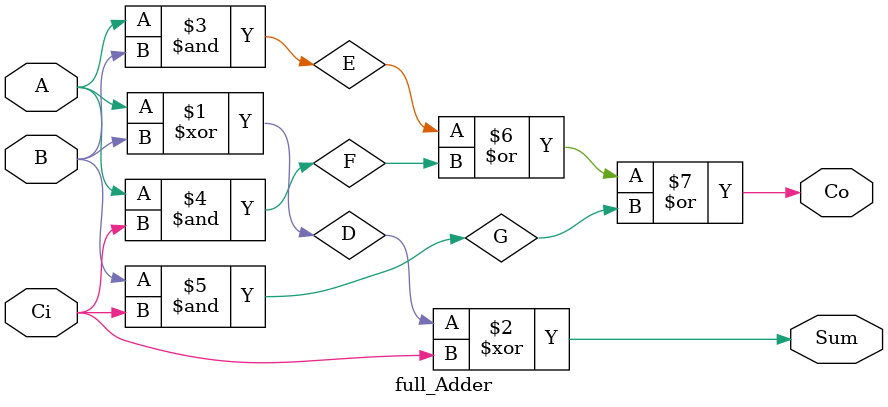
<source format=sv>
`timescale 1ps/1ps
module full_Adder (Sum, Co, A, B, Ci);
	output logic Sum, Co;
	input logic A, B, Ci;
	logic D, E, F, G;
	parameter delay = 50;
	
	// Sum = (AxorB)xorCi
	xor #delay xorgate0 (D, A, B);
	xor #delay xorgate1 (Sum, D, Ci);

	// Co = AB+ACi+BCi 
	and #delay gate0 (E, A ,B);
	and #delay gate1 (F, A ,Ci);
	and #delay gate2 (G, B ,Ci);
	or  #delay outputgate (Co, E, F, G);
	
endmodule


</source>
